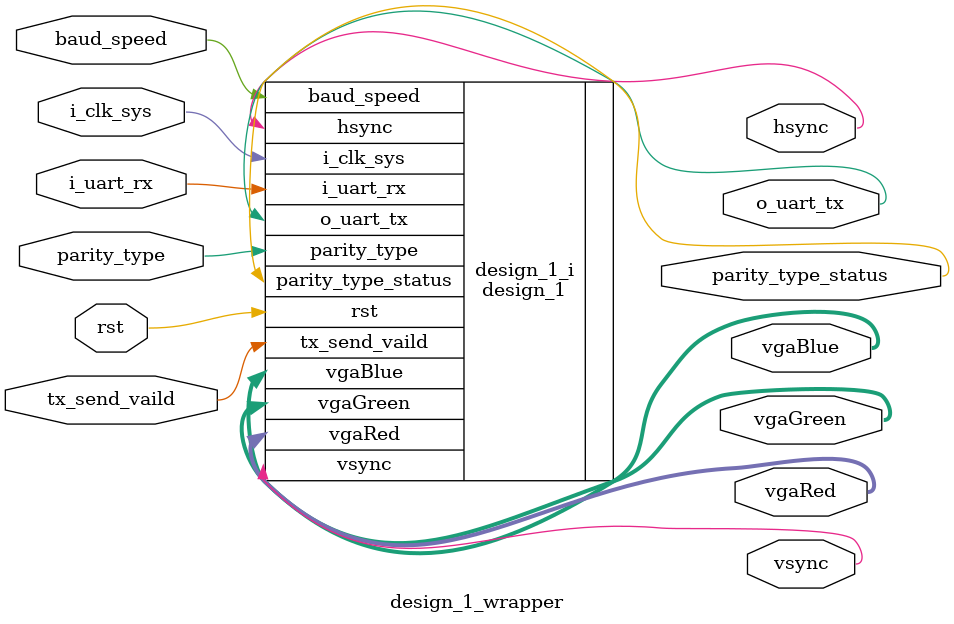
<source format=v>
`timescale 1 ps / 1 ps

module design_1_wrapper
   (baud_speed,
    hsync,
    i_clk_sys,
    i_uart_rx,
    o_uart_tx,
    parity_type,
    parity_type_status,
    rst,
    tx_send_vaild,
    vgaBlue,
    vgaGreen,
    vgaRed,
    vsync);
  input baud_speed;
  output hsync;
  input i_clk_sys;
  input i_uart_rx;
  output o_uart_tx;
  input parity_type;
  output parity_type_status;
  input rst;
  input tx_send_vaild;
  output [3:0]vgaBlue;
  output [3:0]vgaGreen;
  output [3:0]vgaRed;
  output vsync;

  wire baud_speed;
  wire hsync;
  wire i_clk_sys;
  wire i_uart_rx;
  wire o_uart_tx;
  wire parity_type;
  wire parity_type_status;
  wire rst;
  wire tx_send_vaild;
  wire [3:0]vgaBlue;
  wire [3:0]vgaGreen;
  wire [3:0]vgaRed;
  wire vsync;

  design_1 design_1_i
       (.baud_speed(baud_speed),
        .hsync(hsync),
        .i_clk_sys(i_clk_sys),
        .i_uart_rx(i_uart_rx),
        .o_uart_tx(o_uart_tx),
        .parity_type(parity_type),
        .parity_type_status(parity_type_status),
        .rst(rst),
        .tx_send_vaild(tx_send_vaild),
        .vgaBlue(vgaBlue),
        .vgaGreen(vgaGreen),
        .vgaRed(vgaRed),
        .vsync(vsync));
endmodule

</source>
